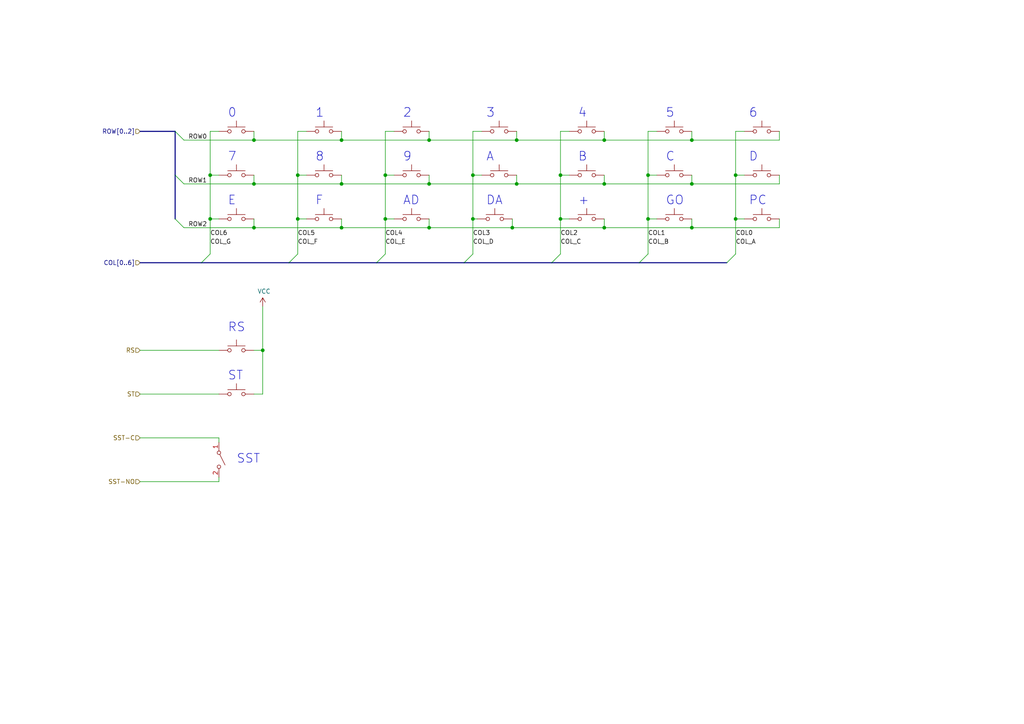
<source format=kicad_sch>
(kicad_sch (version 20211123) (generator eeschema)
  (paper "A4")
  (lib_symbols
    (symbol "Switch:SW_Push" (pin_numbers hide) (pin_names (offset 1.016) hide)
      (property "Reference" "SW" (at 1.27 2.54 0))
      (property "Value" "SW_Push" (at 0 -1.524 0))
      (symbol "SW_Push_0_1"
        (circle (center -2.032 0) (radius 0.508))
        (polyline (pts (xy 0 1.27) (xy 0 3.048)))
        (polyline (pts (xy 2.54 1.27) (xy -2.54 1.27)))
        (circle (center 2.032 0) (radius 0.508))
        (pin passive line (at -5.08 0 0) (length 2.54) (name "1") (number "1"))
        (pin passive line (at 5.08 0 180) (length 2.54) (name "2") (number "2"))
      )
    )
    (symbol "Switch:SW_SPST" (pin_names (offset 0) hide)
      (property "Reference" "SW" (at 0 3.175 0))
      (property "Value" "SW_SPST" (at 0 -2.54 0))
      (symbol "SW_SPST_0_0"
        (circle (center -2.032 0) (radius 0.508))
        (polyline (pts (xy -1.524 0.254) (xy 1.524 1.778)))
        (circle (center 2.032 0) (radius 0.508))
      )
      (symbol "SW_SPST_1_1"
        (pin passive line (at -5.08 0 0) (length 2.54) (name "A") (number "1"))
        (pin passive line (at 5.08 0 180) (length 2.54) (name "B") (number "2"))
      )
    )
    (symbol "power:VCC" (power) (pin_names (offset 0))
      (property "Value" "VCC" (at 0 3.81 0))
      (symbol "VCC_0_1"
        (polyline (pts (xy -0.762 1.27) (xy 0 2.54)))
        (polyline (pts (xy 0 0) (xy 0 2.54)))
        (polyline (pts (xy 0 2.54) (xy 0.762 1.27)))
      )
      (symbol "VCC_1_1"
        (pin power_in line (at 0 0 90) (length 0) hide (name "VCC") (number "1"))
      )
    )
  )
  (junction (at 200.66 53.34))
  (junction (at 111.76 63.5))
  (junction (at 124.46 40.64))
  (junction (at 124.46 53.34))
  (junction (at 187.96 63.5))
  (junction (at 213.36 50.8))
  (junction (at 86.36 63.5))
  (junction (at 99.06 53.34))
  (junction (at 99.06 66.04))
  (junction (at 137.16 50.8))
  (junction (at 148.59 66.04))
  (junction (at 137.16 63.5))
  (junction (at 175.26 53.34))
  (junction (at 162.56 63.5))
  (junction (at 73.66 40.64))
  (junction (at 99.06 40.64))
  (junction (at 124.46 66.04))
  (junction (at 175.26 40.64))
  (junction (at 149.86 53.34))
  (junction (at 162.56 50.8))
  (junction (at 149.86 40.64))
  (junction (at 200.66 40.64))
  (junction (at 73.66 66.04))
  (junction (at 187.96 50.8))
  (junction (at 60.96 63.5))
  (junction (at 73.66 53.34))
  (junction (at 60.96 50.8))
  (junction (at 76.2 101.6))
  (junction (at 111.76 50.8))
  (junction (at 86.36 50.8))
  (junction (at 175.26 66.04))
  (junction (at 200.66 66.04))
  (junction (at 213.36 63.5))
  (bus_entry (at 160.02 76.2) (size 2.54 -2.54))
  (bus_entry (at 50.8 38.1) (size 2.54 2.54))
  (bus_entry (at 50.8 50.8) (size 2.54 2.54))
  (bus_entry (at 50.8 63.5) (size 2.54 2.54))
  (bus_entry (at 58.42 76.2) (size 2.54 -2.54))
  (bus_entry (at 210.82 76.2) (size 2.54 -2.54))
  (bus_entry (at 83.82 76.2) (size 2.54 -2.54))
  (bus_entry (at 134.62 76.2) (size 2.54 -2.54))
  (bus_entry (at 185.42 76.2) (size 2.54 -2.54))
  (bus_entry (at 109.22 76.2) (size 2.54 -2.54))
  (wire (pts (xy 138.43 63.5) (xy 137.16 63.5)))
  (wire (pts (xy 175.26 66.04) (xy 148.59 66.04)))
  (wire (pts (xy 76.2 101.6) (xy 76.2 88.9)))
  (wire (pts (xy 162.56 63.5) (xy 162.56 50.8)))
  (wire (pts (xy 149.86 38.1) (xy 149.86 40.64)))
  (bus (pts (xy 58.42 76.2) (xy 83.82 76.2)))
  (wire (pts (xy 148.59 66.04) (xy 124.46 66.04)))
  (wire (pts (xy 200.66 53.34) (xy 175.26 53.34)))
  (wire (pts (xy 213.36 63.5) (xy 213.36 73.66)))
  (wire (pts (xy 200.66 66.04) (xy 175.26 66.04)))
  (wire (pts (xy 63.5 38.1) (xy 60.96 38.1)))
  (bus (pts (xy 109.22 76.2) (xy 134.62 76.2)))
  (wire (pts (xy 99.06 50.8) (xy 99.06 53.34)))
  (wire (pts (xy 137.16 38.1) (xy 137.16 50.8)))
  (wire (pts (xy 63.5 114.3) (xy 40.64 114.3)))
  (wire (pts (xy 149.86 53.34) (xy 124.46 53.34)))
  (wire (pts (xy 124.46 40.64) (xy 99.06 40.64)))
  (wire (pts (xy 111.76 38.1) (xy 111.76 50.8)))
  (bus (pts (xy 40.64 76.2) (xy 58.42 76.2)))
  (wire (pts (xy 187.96 63.5) (xy 187.96 73.66)))
  (wire (pts (xy 88.9 38.1) (xy 86.36 38.1)))
  (wire (pts (xy 63.5 138.43) (xy 63.5 139.7)))
  (wire (pts (xy 162.56 38.1) (xy 162.56 50.8)))
  (wire (pts (xy 86.36 50.8) (xy 88.9 50.8)))
  (wire (pts (xy 175.26 63.5) (xy 175.26 66.04)))
  (wire (pts (xy 226.06 63.5) (xy 226.06 66.04)))
  (wire (pts (xy 124.46 63.5) (xy 124.46 66.04)))
  (wire (pts (xy 99.06 53.34) (xy 124.46 53.34)))
  (wire (pts (xy 226.06 66.04) (xy 200.66 66.04)))
  (wire (pts (xy 99.06 66.04) (xy 73.66 66.04)))
  (wire (pts (xy 124.46 66.04) (xy 99.06 66.04)))
  (wire (pts (xy 137.16 63.5) (xy 137.16 73.66)))
  (wire (pts (xy 73.66 114.3) (xy 76.2 114.3)))
  (wire (pts (xy 73.66 66.04) (xy 53.34 66.04)))
  (wire (pts (xy 63.5 127) (xy 40.64 127)))
  (bus (pts (xy 160.02 76.2) (xy 185.42 76.2)))
  (wire (pts (xy 86.36 38.1) (xy 86.36 50.8)))
  (wire (pts (xy 60.96 63.5) (xy 60.96 50.8)))
  (wire (pts (xy 63.5 101.6) (xy 40.64 101.6)))
  (wire (pts (xy 73.66 50.8) (xy 73.66 53.34)))
  (wire (pts (xy 200.66 40.64) (xy 175.26 40.64)))
  (wire (pts (xy 73.66 53.34) (xy 53.34 53.34)))
  (wire (pts (xy 187.96 63.5) (xy 187.96 50.8)))
  (wire (pts (xy 73.66 66.04) (xy 73.66 63.5)))
  (wire (pts (xy 148.59 63.5) (xy 148.59 66.04)))
  (wire (pts (xy 215.9 38.1) (xy 213.36 38.1)))
  (wire (pts (xy 86.36 63.5) (xy 86.36 73.66)))
  (wire (pts (xy 99.06 40.64) (xy 73.66 40.64)))
  (bus (pts (xy 50.8 50.8) (xy 50.8 63.5)))
  (wire (pts (xy 165.1 63.5) (xy 162.56 63.5)))
  (wire (pts (xy 114.3 38.1) (xy 111.76 38.1)))
  (wire (pts (xy 226.06 50.8) (xy 226.06 53.34)))
  (wire (pts (xy 86.36 63.5) (xy 86.36 50.8)))
  (wire (pts (xy 63.5 128.27) (xy 63.5 127)))
  (wire (pts (xy 175.26 53.34) (xy 149.86 53.34)))
  (wire (pts (xy 190.5 38.1) (xy 187.96 38.1)))
  (wire (pts (xy 124.46 40.64) (xy 149.86 40.64)))
  (wire (pts (xy 149.86 50.8) (xy 149.86 53.34)))
  (bus (pts (xy 83.82 76.2) (xy 109.22 76.2)))
  (wire (pts (xy 175.26 40.64) (xy 175.26 38.1)))
  (wire (pts (xy 226.06 38.1) (xy 226.06 40.64)))
  (wire (pts (xy 175.26 50.8) (xy 175.26 53.34)))
  (wire (pts (xy 60.96 38.1) (xy 60.96 50.8)))
  (wire (pts (xy 114.3 63.5) (xy 111.76 63.5)))
  (wire (pts (xy 99.06 38.1) (xy 99.06 40.64)))
  (wire (pts (xy 73.66 101.6) (xy 76.2 101.6)))
  (wire (pts (xy 165.1 38.1) (xy 162.56 38.1)))
  (wire (pts (xy 73.66 53.34) (xy 99.06 53.34)))
  (wire (pts (xy 213.36 38.1) (xy 213.36 50.8)))
  (wire (pts (xy 73.66 40.64) (xy 73.66 38.1)))
  (wire (pts (xy 200.66 63.5) (xy 200.66 66.04)))
  (wire (pts (xy 162.56 50.8) (xy 165.1 50.8)))
  (wire (pts (xy 111.76 63.5) (xy 111.76 73.66)))
  (wire (pts (xy 213.36 63.5) (xy 213.36 50.8)))
  (bus (pts (xy 50.8 38.1) (xy 50.8 50.8)))
  (wire (pts (xy 99.06 63.5) (xy 99.06 66.04)))
  (bus (pts (xy 185.42 76.2) (xy 210.82 76.2)))
  (wire (pts (xy 162.56 63.5) (xy 162.56 73.66)))
  (wire (pts (xy 139.7 38.1) (xy 137.16 38.1)))
  (wire (pts (xy 137.16 50.8) (xy 139.7 50.8)))
  (wire (pts (xy 60.96 50.8) (xy 63.5 50.8)))
  (wire (pts (xy 73.66 40.64) (xy 53.34 40.64)))
  (wire (pts (xy 187.96 38.1) (xy 187.96 50.8)))
  (wire (pts (xy 226.06 53.34) (xy 200.66 53.34)))
  (wire (pts (xy 187.96 50.8) (xy 190.5 50.8)))
  (wire (pts (xy 200.66 50.8) (xy 200.66 53.34)))
  (wire (pts (xy 226.06 40.64) (xy 200.66 40.64)))
  (wire (pts (xy 149.86 40.64) (xy 175.26 40.64)))
  (wire (pts (xy 215.9 63.5) (xy 213.36 63.5)))
  (wire (pts (xy 63.5 139.7) (xy 40.64 139.7)))
  (wire (pts (xy 111.76 50.8) (xy 114.3 50.8)))
  (wire (pts (xy 190.5 63.5) (xy 187.96 63.5)))
  (wire (pts (xy 124.46 38.1) (xy 124.46 40.64)))
  (wire (pts (xy 200.66 40.64) (xy 200.66 38.1)))
  (bus (pts (xy 40.64 38.1) (xy 50.8 38.1)))
  (wire (pts (xy 137.16 63.5) (xy 137.16 50.8)))
  (wire (pts (xy 111.76 63.5) (xy 111.76 50.8)))
  (wire (pts (xy 213.36 50.8) (xy 215.9 50.8)))
  (wire (pts (xy 60.96 63.5) (xy 60.96 73.66)))
  (wire (pts (xy 63.5 63.5) (xy 60.96 63.5)))
  (wire (pts (xy 124.46 53.34) (xy 124.46 50.8)))
  (bus (pts (xy 134.62 76.2) (xy 160.02 76.2)))
  (wire (pts (xy 76.2 114.3) (xy 76.2 101.6)))
  (wire (pts (xy 88.9 63.5) (xy 86.36 63.5)))
  (text "8" (at 91.44 46.99 0) (effects (font (size 2.54 2.54)) (justify left bottom)))
  (text "+" (at 167.64 59.69 0) (effects (font (size 2.54 2.54)) (justify left bottom)))
  (text "1" (at 91.44 34.29 0) (effects (font (size 2.54 2.54)) (justify left bottom)))
  (text "E" (at 66.04 59.69 0) (effects (font (size 2.54 2.54)) (justify left bottom)))
  (text "D" (at 217.17 46.99 0) (effects (font (size 2.54 2.54)) (justify left bottom)))
  (text "6" (at 217.17 34.29 0) (effects (font (size 2.54 2.54)) (justify left bottom)))
  (text "PC" (at 217.17 59.69 0) (effects (font (size 2.54 2.54)) (justify left bottom)))
  (text "4" (at 167.64 34.29 0) (effects (font (size 2.54 2.54)) (justify left bottom)))
  (text "SST" (at 68.58 134.62 0) (effects (font (size 2.54 2.54)) (justify left bottom)))
  (text "DA" (at 140.97 59.69 0) (effects (font (size 2.54 2.54)) (justify left bottom)))
  (text "F" (at 91.44 59.69 0) (effects (font (size 2.54 2.54)) (justify left bottom)))
  (text "2" (at 116.84 34.29 0) (effects (font (size 2.54 2.54)) (justify left bottom)))
  (text "9" (at 116.84 46.99 0) (effects (font (size 2.54 2.54)) (justify left bottom)))
  (text "AD" (at 116.84 59.69 0) (effects (font (size 2.54 2.54)) (justify left bottom)))
  (text "C" (at 193.04 46.99 0) (effects (font (size 2.54 2.54)) (justify left bottom)))
  (text "0" (at 66.04 34.29 0) (effects (font (size 2.54 2.54)) (justify left bottom)))
  (text "3" (at 140.97 34.29 0) (effects (font (size 2.54 2.54)) (justify left bottom)))
  (text "A" (at 140.97 46.99 0) (effects (font (size 2.54 2.54)) (justify left bottom)))
  (text "7" (at 66.04 46.99 0) (effects (font (size 2.54 2.54)) (justify left bottom)))
  (text "ST" (at 66.04 110.49 0) (effects (font (size 2.54 2.54)) (justify left bottom)))
  (text "RS" (at 66.04 96.52 0) (effects (font (size 2.54 2.54)) (justify left bottom)))
  (text "5" (at 193.04 34.29 0) (effects (font (size 2.54 2.54)) (justify left bottom)))
  (text "B" (at 167.64 46.99 0) (effects (font (size 2.54 2.54)) (justify left bottom)))
  (text "GO" (at 193.04 59.69 0) (effects (font (size 2.54 2.54)) (justify left bottom)))
  (label "COL_D" (at 137.16 71.12 0))
  (label "COL3" (at 137.16 68.58 0))
  (label "COL_G" (at 60.96 71.12 0))
  (label "COL_C" (at 162.56 71.12 0))
  (label "COL_F" (at 86.36 71.12 0))
  (label "ROW2" (at 54.61 66.04 0))
  (label "ROW0" (at 54.61 40.64 0))
  (label "COL4" (at 111.76 68.58 0))
  (label "COL_E" (at 111.76 71.12 0))
  (label "COL2" (at 162.56 68.58 0))
  (label "COL5" (at 86.36 68.58 0))
  (label "ROW1" (at 54.61 53.34 0))
  (label "COL1" (at 187.96 68.58 0))
  (label "COL_B" (at 187.96 71.12 0))
  (label "COL6" (at 60.96 68.58 0))
  (label "COL0" (at 213.36 68.58 0))
  (label "COL_A" (at 213.36 71.12 0))
  (hierarchical_label "ROW[0..2]" (shape input) (at 40.64 38.1 180))
  (hierarchical_label "SST-C" (shape input) (at 40.64 127 180))
  (hierarchical_label "RS" (shape input) (at 40.64 101.6 180))
  (hierarchical_label "ST" (shape input) (at 40.64 114.3 180))
  (hierarchical_label "SST-NO" (shape input) (at 40.64 139.7 180))
  (hierarchical_label "COL[0..6]" (shape input) (at 40.64 76.2 180))
  (symbol (lib_id "Switch:SW_Push") (at 68.58 38.1 0) (unit 1)
    (property "Reference" "SW401" (effects hide))
  )
  (symbol (lib_id "Switch:SW_Push") (at 68.58 50.8 0) (unit 1)
    (property "Reference" "SW408" (effects hide))
  )
  (symbol (lib_id "Switch:SW_Push") (at 68.58 63.5 0) (unit 1)
    (property "Reference" "SW415" (effects hide))
  )
  (symbol (lib_id "Switch:SW_Push") (at 93.98 38.1 0) (unit 1)
    (property "Reference" "SW402" (effects hide))
  )
  (symbol (lib_id "Switch:SW_Push") (at 93.98 50.8 0) (unit 1)
    (property "Reference" "SW409" (effects hide))
  )
  (symbol (lib_id "Switch:SW_Push") (at 93.98 63.5 0) (unit 1)
    (property "Reference" "SW416" (effects hide))
  )
  (symbol (lib_id "Switch:SW_Push") (at 119.38 38.1 0) (unit 1)
    (property "Reference" "SW403" (effects hide))
  )
  (symbol (lib_id "Switch:SW_Push") (at 119.38 50.8 0) (unit 1)
    (property "Reference" "SW410" (effects hide))
  )
  (symbol (lib_id "Switch:SW_Push") (at 119.38 63.5 0) (unit 1)
    (property "Reference" "SW417" (effects hide))
  )
  (symbol (lib_id "Switch:SW_Push") (at 144.78 38.1 0) (unit 1)
    (property "Reference" "SW404" (effects hide))
  )
  (symbol (lib_id "Switch:SW_Push") (at 144.78 50.8 0) (unit 1)
    (property "Reference" "SW411" (effects hide))
  )
  (symbol (lib_id "Switch:SW_Push") (at 143.51 63.5 0) (unit 1)
    (property "Reference" "SW418" (effects hide))
  )
  (symbol (lib_id "Switch:SW_Push") (at 170.18 38.1 0) (unit 1)
    (property "Reference" "SW405" (effects hide))
  )
  (symbol (lib_id "Switch:SW_Push") (at 195.58 38.1 0) (unit 1)
    (property "Reference" "SW406" (effects hide))
  )
  (symbol (lib_id "Switch:SW_Push") (at 220.98 38.1 0) (unit 1)
    (property "Reference" "SW407" (effects hide))
  )
  (symbol (lib_id "Switch:SW_Push") (at 170.18 50.8 0) (unit 1)
    (property "Reference" "SW412" (effects hide))
  )
  (symbol (lib_id "Switch:SW_Push") (at 170.18 63.5 0) (unit 1)
    (property "Reference" "SW419" (effects hide))
  )
  (symbol (lib_id "Switch:SW_Push") (at 195.58 50.8 0) (unit 1)
    (property "Reference" "SW413" (effects hide))
  )
  (symbol (lib_id "Switch:SW_Push") (at 195.58 63.5 0) (unit 1)
    (property "Reference" "SW420" (effects hide))
  )
  (symbol (lib_id "Switch:SW_Push") (at 220.98 50.8 0) (unit 1)
    (property "Reference" "SW414" (effects hide))
  )
  (symbol (lib_id "Switch:SW_Push") (at 220.98 63.5 0) (unit 1)
    (property "Reference" "SW421" (effects hide))
  )
  (symbol (lib_id "Switch:SW_Push") (at 68.58 101.6 0) (unit 1)
    (property "Reference" "SW422" (effects hide))
  )
  (symbol (lib_id "Switch:SW_Push") (at 68.58 114.3 0) (unit 1)
    (property "Reference" "SW423" (effects hide))
  )
  (symbol (lib_id "power:VCC") (at 76.2 88.9 0) (unit 1)
    (property "Reference" "#PWR0128" (effects hide))
  )
  (symbol (lib_id "Switch:SW_SPST") (at 63.5 133.35 270) (unit 1)
    (property "Reference" "SW424" (effects hide))
  )
)
</source>
